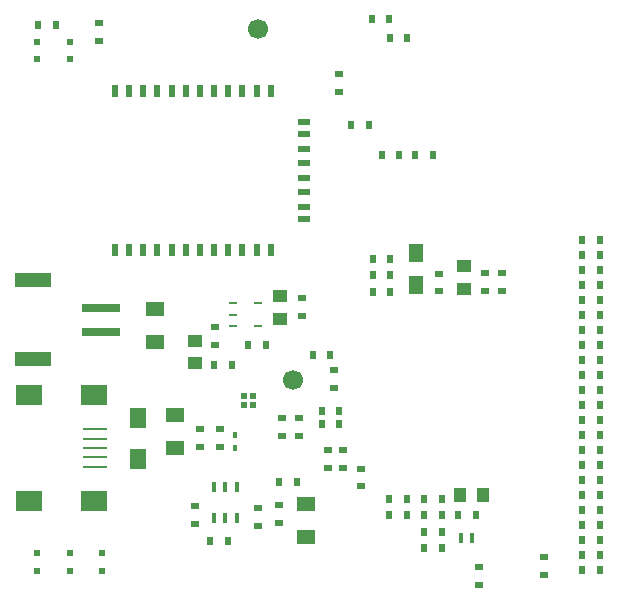
<source format=gtp>
G04 (created by PCBNEW (2013-05-31 BZR 4019)-stable) date 6/27/2014 12:56:07 PM*
%MOIN*%
G04 Gerber Fmt 3.4, Leading zero omitted, Abs format*
%FSLAX34Y34*%
G01*
G70*
G90*
G04 APERTURE LIST*
%ADD10C,0.00590551*%
%ADD11R,0.0041X0.0282*%
%ADD12R,0.0786X0.0077*%
%ADD13R,0.0864X0.0667*%
%ADD14R,0.059X0.051*%
%ADD15R,0.0234X0.0274*%
%ADD16R,0.0155X0.0195*%
%ADD17R,0.0194X0.0194*%
%ADD18R,0.0124094X0.0360315*%
%ADD19R,0.013X0.038*%
%ADD20R,0.0274X0.0234*%
%ADD21R,0.1257X0.0272*%
%ADD22R,0.1257X0.0273*%
%ADD23R,0.1218X0.047*%
%ADD24R,0.1217X0.047*%
%ADD25R,0.0549X0.0707*%
%ADD26C,0.0667*%
%ADD27R,0.0274X0.0116*%
%ADD28R,0.0194961X0.0194961*%
%ADD29R,0.0194961X0.0431181*%
%ADD30R,0.0431181X0.0194961*%
%ADD31R,0.047X0.0392*%
%ADD32R,0.0471X0.0648*%
%ADD33R,0.0392X0.047*%
G04 APERTURE END LIST*
G54D10*
G54D11*
X614Y-8004D03*
X358Y-8004D03*
X102Y-8004D03*
X-154Y-8004D03*
X-154Y-9816D03*
X102Y-9816D03*
X358Y-9816D03*
X614Y-9816D03*
G54D12*
X-13667Y-4345D03*
X-13667Y-4660D03*
X-13667Y-4975D03*
X-13667Y-5290D03*
X-13667Y-5605D03*
G54D13*
X-13706Y-3223D03*
X-15871Y-3223D03*
X-13706Y-6727D03*
X-15871Y-6727D03*
G54D14*
X-11675Y-1450D03*
X-11675Y-350D03*
G54D15*
X3151Y465D03*
X2559Y465D03*
X3151Y-1535D03*
X2559Y-1535D03*
X3151Y-2035D03*
X2559Y-2035D03*
X3151Y-3035D03*
X2559Y-3035D03*
X3151Y1965D03*
X2559Y1965D03*
X3151Y-35D03*
X2559Y-35D03*
X-7521Y-6100D03*
X-6929Y-6100D03*
G54D16*
X-9000Y-4534D03*
X-9000Y-4966D03*
G54D17*
X-15600Y7980D03*
X-15600Y8570D03*
X-14500Y7980D03*
X-14500Y8570D03*
X-15600Y-8480D03*
X-15600Y-9070D03*
X-14500Y-8480D03*
X-14500Y-9070D03*
G54D15*
X2559Y-535D03*
X3151Y-535D03*
X2559Y1465D03*
X3151Y1465D03*
X2559Y965D03*
X3151Y965D03*
X2559Y-1035D03*
X3151Y-1035D03*
X2559Y-2535D03*
X3151Y-2535D03*
X2559Y-3535D03*
X3151Y-3535D03*
X2559Y-4535D03*
X3151Y-4535D03*
G54D18*
X-9699Y-6284D03*
X-9325Y-6284D03*
X-8950Y-6284D03*
X-9699Y-7315D03*
X-9325Y-7315D03*
X-8950Y-7315D03*
G54D15*
X-4534Y5805D03*
X-5126Y5805D03*
G54D19*
X-1457Y-7990D03*
X-1103Y-7990D03*
G54D20*
X-7530Y-7476D03*
X-7530Y-6884D03*
G54D15*
X3151Y-9035D03*
X2559Y-9035D03*
G54D20*
X-9500Y-4354D03*
X-9500Y-4946D03*
G54D15*
X-15571Y9125D03*
X-14979Y9125D03*
G54D20*
X-13550Y8604D03*
X-13550Y9196D03*
X-7425Y-3979D03*
X-7425Y-4571D03*
X-6875Y-3979D03*
X-6875Y-4571D03*
X-10170Y-4354D03*
X-10170Y-4946D03*
X-10325Y-6904D03*
X-10325Y-7496D03*
G54D15*
X-9104Y-2200D03*
X-9696Y-2200D03*
X3151Y-6035D03*
X2559Y-6035D03*
X-6416Y-1860D03*
X-5824Y-1860D03*
G54D20*
X-5720Y-2384D03*
X-5720Y-2976D03*
X-8240Y-6984D03*
X-8240Y-7576D03*
G54D21*
X-13475Y-306D03*
G54D22*
X-13475Y-1094D03*
G54D23*
X-15738Y617D03*
G54D24*
X-15738Y-2018D03*
G54D15*
X3151Y-8035D03*
X2559Y-8035D03*
X3151Y-7035D03*
X2559Y-7035D03*
G54D25*
X-12225Y-3969D03*
X-12225Y-5331D03*
G54D17*
X-13425Y-8480D03*
X-13425Y-9070D03*
G54D26*
X-7080Y-2700D03*
G54D27*
X-9066Y-155D03*
X-9066Y-905D03*
X-9066Y-530D03*
X-8234Y-905D03*
X-8234Y-155D03*
G54D28*
X-8707Y-3557D03*
X-8707Y-3242D03*
X-8392Y-3242D03*
X-8392Y-3557D03*
G54D29*
X-13009Y1637D03*
X-12537Y1637D03*
X-12064Y1637D03*
X-11592Y1637D03*
X-11120Y1637D03*
X-10647Y1637D03*
X-10175Y1637D03*
X-9702Y1637D03*
X-9230Y1637D03*
X-8757Y1637D03*
X-8285Y1637D03*
X-7812Y1637D03*
X-7812Y6912D03*
X-8285Y6912D03*
X-8757Y6912D03*
X-9230Y6912D03*
X-9702Y6912D03*
X-10175Y6912D03*
X-10647Y6912D03*
X-11120Y6912D03*
X-11592Y6912D03*
X-12064Y6912D03*
X-12537Y6912D03*
X-13009Y6912D03*
G54D30*
X-6710Y5889D03*
X-6710Y5495D03*
X-6710Y4983D03*
X-6710Y4511D03*
X-6710Y4038D03*
X-6710Y3566D03*
X-6710Y3054D03*
X-6710Y2660D03*
G54D15*
X2559Y-7535D03*
X3151Y-7535D03*
G54D20*
X-6787Y8D03*
X-6787Y-583D03*
G54D31*
X-7520Y85D03*
X-7520Y-665D03*
G54D15*
X2559Y-8535D03*
X3151Y-8535D03*
X3151Y-4035D03*
X2559Y-4035D03*
X3151Y-5035D03*
X2559Y-5035D03*
X-2691Y-8310D03*
X-2099Y-8310D03*
G54D20*
X-5420Y-5039D03*
X-5420Y-5631D03*
G54D15*
X-2691Y-7760D03*
X-2099Y-7760D03*
G54D20*
X-4820Y-6256D03*
X-4820Y-5664D03*
G54D15*
X-9821Y-8075D03*
X-9229Y-8075D03*
X-1576Y-7210D03*
X-984Y-7210D03*
G54D20*
X-2220Y244D03*
X-2220Y836D03*
G54D15*
X-4416Y790D03*
X-3824Y790D03*
X-2691Y-6660D03*
X-2099Y-6660D03*
G54D20*
X1305Y-9206D03*
X1305Y-8614D03*
G54D15*
X-3259Y8680D03*
X-3851Y8680D03*
G54D20*
X-9687Y-941D03*
X-9687Y-1533D03*
G54D15*
X-4416Y240D03*
X-3824Y240D03*
G54D20*
X-5530Y7476D03*
X-5530Y6884D03*
G54D15*
X-2691Y-7210D03*
X-2099Y-7210D03*
G54D20*
X-860Y-8954D03*
X-860Y-9546D03*
G54D15*
X-3824Y1340D03*
X-4416Y1340D03*
G54D31*
X-10350Y-1400D03*
X-10350Y-2150D03*
G54D15*
X-7966Y-1537D03*
X-8558Y-1537D03*
G54D20*
X-670Y269D03*
X-670Y861D03*
G54D15*
X-3274Y-7210D03*
X-3866Y-7210D03*
G54D20*
X-95Y269D03*
X-95Y861D03*
G54D15*
X-3274Y-6660D03*
X-3866Y-6660D03*
G54D26*
X-8250Y9000D03*
G54D31*
X-1370Y1090D03*
X-1370Y340D03*
G54D15*
X-4451Y9330D03*
X-3859Y9330D03*
X2559Y-6535D03*
X3151Y-6535D03*
X2559Y-5535D03*
X3151Y-5535D03*
G54D14*
X-11000Y-3875D03*
X-11000Y-4975D03*
X-6650Y-7950D03*
X-6650Y-6850D03*
G54D32*
X-2970Y449D03*
X-2970Y1531D03*
G54D33*
X-745Y-6530D03*
X-1495Y-6530D03*
G54D15*
X-4116Y4800D03*
X-3524Y4800D03*
X-2404Y4800D03*
X-2996Y4800D03*
X-5524Y-3730D03*
X-6116Y-3730D03*
X-5524Y-4190D03*
X-6116Y-4190D03*
G54D20*
X-5910Y-5044D03*
X-5910Y-5636D03*
M02*

</source>
